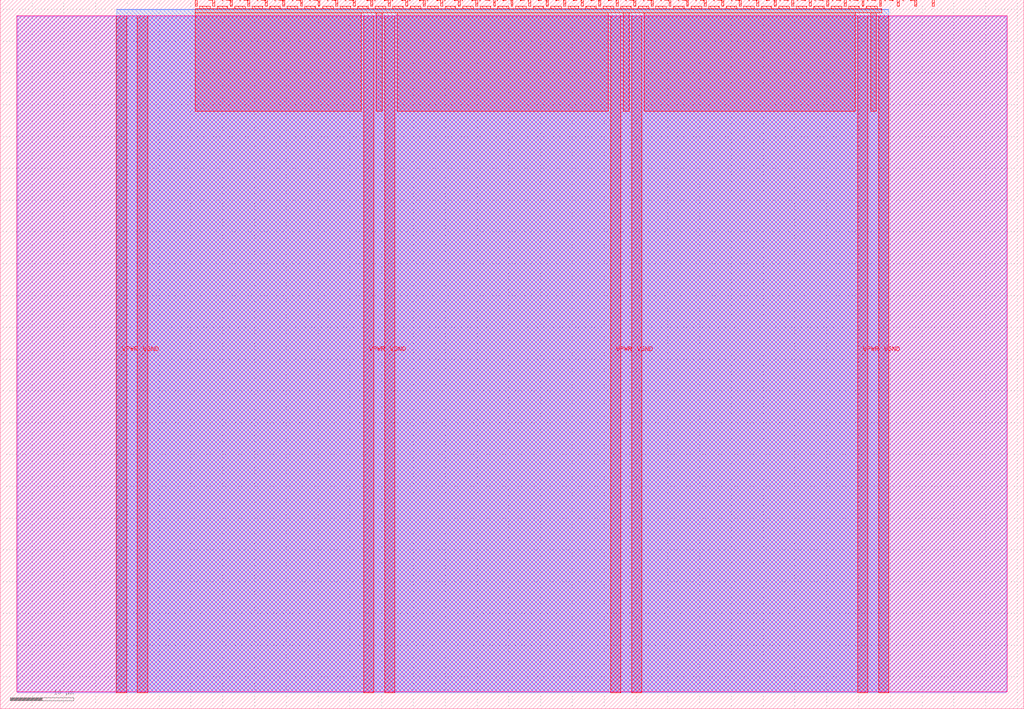
<source format=lef>
VERSION 5.7 ;
  NOWIREEXTENSIONATPIN ON ;
  DIVIDERCHAR "/" ;
  BUSBITCHARS "[]" ;
MACRO tt_um_wokwi_412367067047460865
  CLASS BLOCK ;
  FOREIGN tt_um_wokwi_412367067047460865 ;
  ORIGIN 0.000 0.000 ;
  SIZE 161.000 BY 111.520 ;
  PIN VGND
    DIRECTION INOUT ;
    USE GROUND ;
    PORT
      LAYER met4 ;
        RECT 21.580 2.480 23.180 109.040 ;
    END
    PORT
      LAYER met4 ;
        RECT 60.450 2.480 62.050 109.040 ;
    END
    PORT
      LAYER met4 ;
        RECT 99.320 2.480 100.920 109.040 ;
    END
    PORT
      LAYER met4 ;
        RECT 138.190 2.480 139.790 109.040 ;
    END
  END VGND
  PIN VPWR
    DIRECTION INOUT ;
    USE POWER ;
    PORT
      LAYER met4 ;
        RECT 18.280 2.480 19.880 109.040 ;
    END
    PORT
      LAYER met4 ;
        RECT 57.150 2.480 58.750 109.040 ;
    END
    PORT
      LAYER met4 ;
        RECT 96.020 2.480 97.620 109.040 ;
    END
    PORT
      LAYER met4 ;
        RECT 134.890 2.480 136.490 109.040 ;
    END
  END VPWR
  PIN clk
    DIRECTION INPUT ;
    USE SIGNAL ;
    PORT
      LAYER met4 ;
        RECT 143.830 110.520 144.130 111.520 ;
    END
  END clk
  PIN ena
    DIRECTION INPUT ;
    USE SIGNAL ;
    PORT
      LAYER met4 ;
        RECT 146.590 110.520 146.890 111.520 ;
    END
  END ena
  PIN rst_n
    DIRECTION INPUT ;
    USE SIGNAL ;
    PORT
      LAYER met4 ;
        RECT 141.070 110.520 141.370 111.520 ;
    END
  END rst_n
  PIN ui_in[0]
    DIRECTION INPUT ;
    USE SIGNAL ;
    ANTENNAGATEAREA 0.196500 ;
    PORT
      LAYER met4 ;
        RECT 138.310 110.520 138.610 111.520 ;
    END
  END ui_in[0]
  PIN ui_in[1]
    DIRECTION INPUT ;
    USE SIGNAL ;
    ANTENNAGATEAREA 0.196500 ;
    PORT
      LAYER met4 ;
        RECT 135.550 110.520 135.850 111.520 ;
    END
  END ui_in[1]
  PIN ui_in[2]
    DIRECTION INPUT ;
    USE SIGNAL ;
    ANTENNAGATEAREA 0.196500 ;
    PORT
      LAYER met4 ;
        RECT 132.790 110.520 133.090 111.520 ;
    END
  END ui_in[2]
  PIN ui_in[3]
    DIRECTION INPUT ;
    USE SIGNAL ;
    ANTENNAGATEAREA 0.196500 ;
    PORT
      LAYER met4 ;
        RECT 130.030 110.520 130.330 111.520 ;
    END
  END ui_in[3]
  PIN ui_in[4]
    DIRECTION INPUT ;
    USE SIGNAL ;
    ANTENNAGATEAREA 0.159000 ;
    PORT
      LAYER met4 ;
        RECT 127.270 110.520 127.570 111.520 ;
    END
  END ui_in[4]
  PIN ui_in[5]
    DIRECTION INPUT ;
    USE SIGNAL ;
    ANTENNAGATEAREA 0.159000 ;
    PORT
      LAYER met4 ;
        RECT 124.510 110.520 124.810 111.520 ;
    END
  END ui_in[5]
  PIN ui_in[6]
    DIRECTION INPUT ;
    USE SIGNAL ;
    ANTENNAGATEAREA 0.159000 ;
    PORT
      LAYER met4 ;
        RECT 121.750 110.520 122.050 111.520 ;
    END
  END ui_in[6]
  PIN ui_in[7]
    DIRECTION INPUT ;
    USE SIGNAL ;
    ANTENNAGATEAREA 0.213000 ;
    PORT
      LAYER met4 ;
        RECT 118.990 110.520 119.290 111.520 ;
    END
  END ui_in[7]
  PIN uio_in[0]
    DIRECTION INPUT ;
    USE SIGNAL ;
    PORT
      LAYER met4 ;
        RECT 116.230 110.520 116.530 111.520 ;
    END
  END uio_in[0]
  PIN uio_in[1]
    DIRECTION INPUT ;
    USE SIGNAL ;
    PORT
      LAYER met4 ;
        RECT 113.470 110.520 113.770 111.520 ;
    END
  END uio_in[1]
  PIN uio_in[2]
    DIRECTION INPUT ;
    USE SIGNAL ;
    PORT
      LAYER met4 ;
        RECT 110.710 110.520 111.010 111.520 ;
    END
  END uio_in[2]
  PIN uio_in[3]
    DIRECTION INPUT ;
    USE SIGNAL ;
    PORT
      LAYER met4 ;
        RECT 107.950 110.520 108.250 111.520 ;
    END
  END uio_in[3]
  PIN uio_in[4]
    DIRECTION INPUT ;
    USE SIGNAL ;
    PORT
      LAYER met4 ;
        RECT 105.190 110.520 105.490 111.520 ;
    END
  END uio_in[4]
  PIN uio_in[5]
    DIRECTION INPUT ;
    USE SIGNAL ;
    PORT
      LAYER met4 ;
        RECT 102.430 110.520 102.730 111.520 ;
    END
  END uio_in[5]
  PIN uio_in[6]
    DIRECTION INPUT ;
    USE SIGNAL ;
    PORT
      LAYER met4 ;
        RECT 99.670 110.520 99.970 111.520 ;
    END
  END uio_in[6]
  PIN uio_in[7]
    DIRECTION INPUT ;
    USE SIGNAL ;
    PORT
      LAYER met4 ;
        RECT 96.910 110.520 97.210 111.520 ;
    END
  END uio_in[7]
  PIN uio_oe[0]
    DIRECTION OUTPUT ;
    USE SIGNAL ;
    PORT
      LAYER met4 ;
        RECT 49.990 110.520 50.290 111.520 ;
    END
  END uio_oe[0]
  PIN uio_oe[1]
    DIRECTION OUTPUT ;
    USE SIGNAL ;
    PORT
      LAYER met4 ;
        RECT 47.230 110.520 47.530 111.520 ;
    END
  END uio_oe[1]
  PIN uio_oe[2]
    DIRECTION OUTPUT ;
    USE SIGNAL ;
    PORT
      LAYER met4 ;
        RECT 44.470 110.520 44.770 111.520 ;
    END
  END uio_oe[2]
  PIN uio_oe[3]
    DIRECTION OUTPUT ;
    USE SIGNAL ;
    PORT
      LAYER met4 ;
        RECT 41.710 110.520 42.010 111.520 ;
    END
  END uio_oe[3]
  PIN uio_oe[4]
    DIRECTION OUTPUT ;
    USE SIGNAL ;
    PORT
      LAYER met4 ;
        RECT 38.950 110.520 39.250 111.520 ;
    END
  END uio_oe[4]
  PIN uio_oe[5]
    DIRECTION OUTPUT ;
    USE SIGNAL ;
    PORT
      LAYER met4 ;
        RECT 36.190 110.520 36.490 111.520 ;
    END
  END uio_oe[5]
  PIN uio_oe[6]
    DIRECTION OUTPUT ;
    USE SIGNAL ;
    PORT
      LAYER met4 ;
        RECT 33.430 110.520 33.730 111.520 ;
    END
  END uio_oe[6]
  PIN uio_oe[7]
    DIRECTION OUTPUT ;
    USE SIGNAL ;
    PORT
      LAYER met4 ;
        RECT 30.670 110.520 30.970 111.520 ;
    END
  END uio_oe[7]
  PIN uio_out[0]
    DIRECTION OUTPUT ;
    USE SIGNAL ;
    PORT
      LAYER met4 ;
        RECT 72.070 110.520 72.370 111.520 ;
    END
  END uio_out[0]
  PIN uio_out[1]
    DIRECTION OUTPUT ;
    USE SIGNAL ;
    PORT
      LAYER met4 ;
        RECT 69.310 110.520 69.610 111.520 ;
    END
  END uio_out[1]
  PIN uio_out[2]
    DIRECTION OUTPUT ;
    USE SIGNAL ;
    PORT
      LAYER met4 ;
        RECT 66.550 110.520 66.850 111.520 ;
    END
  END uio_out[2]
  PIN uio_out[3]
    DIRECTION OUTPUT ;
    USE SIGNAL ;
    PORT
      LAYER met4 ;
        RECT 63.790 110.520 64.090 111.520 ;
    END
  END uio_out[3]
  PIN uio_out[4]
    DIRECTION OUTPUT ;
    USE SIGNAL ;
    PORT
      LAYER met4 ;
        RECT 61.030 110.520 61.330 111.520 ;
    END
  END uio_out[4]
  PIN uio_out[5]
    DIRECTION OUTPUT ;
    USE SIGNAL ;
    PORT
      LAYER met4 ;
        RECT 58.270 110.520 58.570 111.520 ;
    END
  END uio_out[5]
  PIN uio_out[6]
    DIRECTION OUTPUT ;
    USE SIGNAL ;
    PORT
      LAYER met4 ;
        RECT 55.510 110.520 55.810 111.520 ;
    END
  END uio_out[6]
  PIN uio_out[7]
    DIRECTION OUTPUT ;
    USE SIGNAL ;
    PORT
      LAYER met4 ;
        RECT 52.750 110.520 53.050 111.520 ;
    END
  END uio_out[7]
  PIN uo_out[0]
    DIRECTION OUTPUT ;
    USE SIGNAL ;
    ANTENNADIFFAREA 0.795200 ;
    PORT
      LAYER met4 ;
        RECT 94.150 110.520 94.450 111.520 ;
    END
  END uo_out[0]
  PIN uo_out[1]
    DIRECTION OUTPUT ;
    USE SIGNAL ;
    PORT
      LAYER met4 ;
        RECT 91.390 110.520 91.690 111.520 ;
    END
  END uo_out[1]
  PIN uo_out[2]
    DIRECTION OUTPUT ;
    USE SIGNAL ;
    ANTENNADIFFAREA 0.445500 ;
    PORT
      LAYER met4 ;
        RECT 88.630 110.520 88.930 111.520 ;
    END
  END uo_out[2]
  PIN uo_out[3]
    DIRECTION OUTPUT ;
    USE SIGNAL ;
    ANTENNADIFFAREA 0.445500 ;
    PORT
      LAYER met4 ;
        RECT 85.870 110.520 86.170 111.520 ;
    END
  END uo_out[3]
  PIN uo_out[4]
    DIRECTION OUTPUT ;
    USE SIGNAL ;
    ANTENNADIFFAREA 0.445500 ;
    PORT
      LAYER met4 ;
        RECT 83.110 110.520 83.410 111.520 ;
    END
  END uo_out[4]
  PIN uo_out[5]
    DIRECTION OUTPUT ;
    USE SIGNAL ;
    ANTENNADIFFAREA 0.445500 ;
    PORT
      LAYER met4 ;
        RECT 80.350 110.520 80.650 111.520 ;
    END
  END uo_out[5]
  PIN uo_out[6]
    DIRECTION OUTPUT ;
    USE SIGNAL ;
    ANTENNADIFFAREA 0.445500 ;
    PORT
      LAYER met4 ;
        RECT 77.590 110.520 77.890 111.520 ;
    END
  END uo_out[6]
  PIN uo_out[7]
    DIRECTION OUTPUT ;
    USE SIGNAL ;
    ANTENNADIFFAREA 0.795200 ;
    PORT
      LAYER met4 ;
        RECT 74.830 110.520 75.130 111.520 ;
    END
  END uo_out[7]
  OBS
      LAYER nwell ;
        RECT 2.570 2.635 158.430 108.990 ;
      LAYER li1 ;
        RECT 2.760 2.635 158.240 108.885 ;
      LAYER met1 ;
        RECT 2.760 2.480 158.240 109.040 ;
      LAYER met2 ;
        RECT 18.310 2.535 139.760 110.005 ;
      LAYER met3 ;
        RECT 18.290 2.555 139.780 109.985 ;
      LAYER met4 ;
        RECT 31.370 110.120 33.030 110.520 ;
        RECT 34.130 110.120 35.790 110.520 ;
        RECT 36.890 110.120 38.550 110.520 ;
        RECT 39.650 110.120 41.310 110.520 ;
        RECT 42.410 110.120 44.070 110.520 ;
        RECT 45.170 110.120 46.830 110.520 ;
        RECT 47.930 110.120 49.590 110.520 ;
        RECT 50.690 110.120 52.350 110.520 ;
        RECT 53.450 110.120 55.110 110.520 ;
        RECT 56.210 110.120 57.870 110.520 ;
        RECT 58.970 110.120 60.630 110.520 ;
        RECT 61.730 110.120 63.390 110.520 ;
        RECT 64.490 110.120 66.150 110.520 ;
        RECT 67.250 110.120 68.910 110.520 ;
        RECT 70.010 110.120 71.670 110.520 ;
        RECT 72.770 110.120 74.430 110.520 ;
        RECT 75.530 110.120 77.190 110.520 ;
        RECT 78.290 110.120 79.950 110.520 ;
        RECT 81.050 110.120 82.710 110.520 ;
        RECT 83.810 110.120 85.470 110.520 ;
        RECT 86.570 110.120 88.230 110.520 ;
        RECT 89.330 110.120 90.990 110.520 ;
        RECT 92.090 110.120 93.750 110.520 ;
        RECT 94.850 110.120 96.510 110.520 ;
        RECT 97.610 110.120 99.270 110.520 ;
        RECT 100.370 110.120 102.030 110.520 ;
        RECT 103.130 110.120 104.790 110.520 ;
        RECT 105.890 110.120 107.550 110.520 ;
        RECT 108.650 110.120 110.310 110.520 ;
        RECT 111.410 110.120 113.070 110.520 ;
        RECT 114.170 110.120 115.830 110.520 ;
        RECT 116.930 110.120 118.590 110.520 ;
        RECT 119.690 110.120 121.350 110.520 ;
        RECT 122.450 110.120 124.110 110.520 ;
        RECT 125.210 110.120 126.870 110.520 ;
        RECT 127.970 110.120 129.630 110.520 ;
        RECT 130.730 110.120 132.390 110.520 ;
        RECT 133.490 110.120 135.150 110.520 ;
        RECT 136.250 110.120 137.910 110.520 ;
        RECT 30.655 109.440 138.625 110.120 ;
        RECT 30.655 94.015 56.750 109.440 ;
        RECT 59.150 94.015 60.050 109.440 ;
        RECT 62.450 94.015 95.620 109.440 ;
        RECT 98.020 94.015 98.920 109.440 ;
        RECT 101.320 94.015 134.490 109.440 ;
        RECT 136.890 94.015 137.790 109.440 ;
  END
END tt_um_wokwi_412367067047460865
END LIBRARY


</source>
